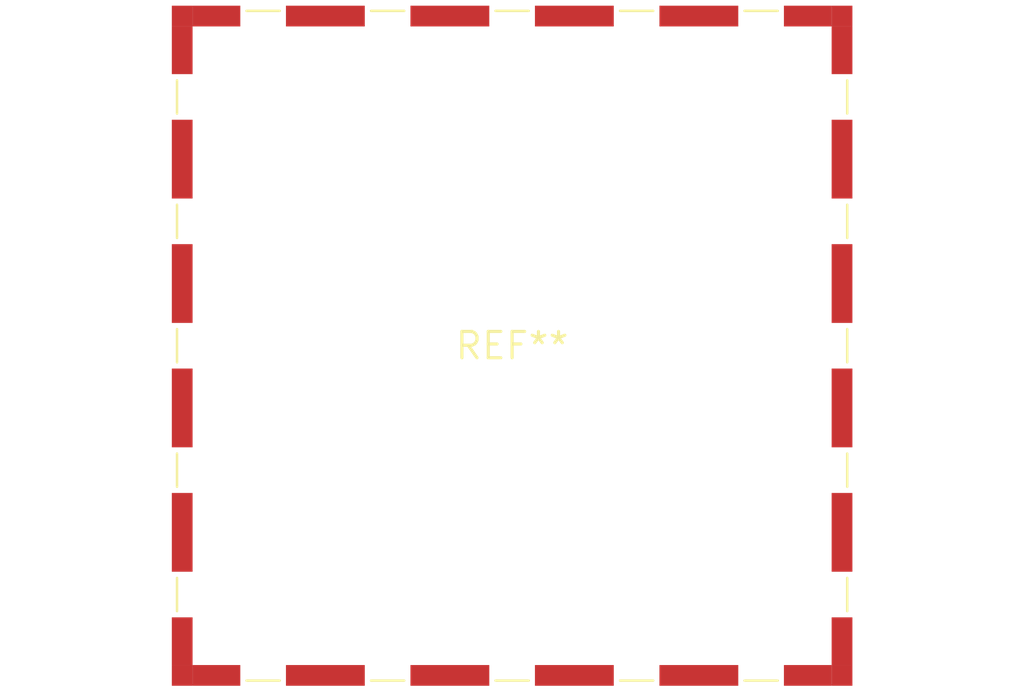
<source format=kicad_pcb>
(kicad_pcb (version 20240108) (generator pcbnew)
  (layers (0 "F.Cu" signal) (31 "B.Cu" signal) (34 "B.Paste" user) (35 "F.Paste" user) (36 "B.SilkS" user "B.Silkscreen") (37 "F.SilkS" user "F.Silkscreen") (38 "B.Mask" user) (39 "F.Mask" user) (44 "Edge.Cuts" user))
  (net 0 "")
  (footprint "Laird_Technologies_BMI-S-204-F_32.00x32.00mm" (layer "F.Cu") (at 0 0)
    (property "Reference" "REF**")
    (property "Value" "Laird_Technologies_BMI-S-204-F_32.00x32.00mm")
    (fp_line (start -16.15 -12.8) (end -16.15 -11.2) (layer "F.SilkS") (stroke (width 0.12)))
    (fp_line (start -16.15 -6.8) (end -16.15 -5.2) (layer "F.SilkS") (stroke (width 0.12)))
    (fp_line (start -16.15 -0.8) (end -16.15 0.8) (layer "F.SilkS") (stroke (width 0.12)))
    (fp_line (start -16.15 5.2) (end -16.15 6.8) (layer "F.SilkS") (stroke (width 0.12)))
    (fp_line (start -16.15 11.2) (end -16.15 12.8) (layer "F.SilkS") (stroke (width 0.12)))
    (fp_line (start -12.8 -16.15) (end -11.2 -16.15) (layer "F.SilkS") (stroke (width 0.12)))
    (fp_line (start -12.8 16.15) (end -11.2 16.15) (layer "F.SilkS") (stroke (width 0.12)))
    (fp_line (start -6.8 -16.15) (end -5.2 -16.15) (layer "F.SilkS") (stroke (width 0.12)))
    (fp_line (start -6.8 16.15) (end -5.2 16.15) (layer "F.SilkS") (stroke (width 0.12)))
    (fp_line (start -0.8 -16.15) (end 0.8 -16.15) (layer "F.SilkS") (stroke (width 0.12)))
    (fp_line (start -0.8 16.15) (end 0.8 16.15) (layer "F.SilkS") (stroke (width 0.12)))
    (fp_line (start 5.2 -16.15) (end 6.8 -16.15) (layer "F.SilkS") (stroke (width 0.12)))
    (fp_line (start 5.2 16.15) (end 6.8 16.15) (layer "F.SilkS") (stroke (width 0.12)))
    (fp_line (start 11.2 -16.15) (end 12.8 -16.15) (layer "F.SilkS") (stroke (width 0.12)))
    (fp_line (start 11.2 16.15) (end 12.8 16.15) (layer "F.SilkS") (stroke (width 0.12)))
    (fp_line (start 16.15 -12.8) (end 16.15 -11.2) (layer "F.SilkS") (stroke (width 0.12)))
    (fp_line (start 16.15 -6.8) (end 16.15 -5.2) (layer "F.SilkS") (stroke (width 0.12)))
    (fp_line (start 16.15 -0.8) (end 16.15 0.8) (layer "F.SilkS") (stroke (width 0.12)))
    (fp_line (start 16.15 5.2) (end 16.15 6.8) (layer "F.SilkS") (stroke (width 0.12)))
    (fp_line (start 16.15 11.2) (end 16.15 12.8) (layer "F.SilkS") (stroke (width 0.12)))
    (pad "1" smd rect (at -15.9 -15.9) (size 1 1) (layers "F.Cu" "F.Paste" "F.Mask"))
    (pad "1" smd rect (at -15.9 -14.25) (size 1 2.3) (layers "F.Cu" "F.Paste" "F.Mask"))
    (pad "1" smd rect (at -15.9 -9) (size 1 3.8) (layers "F.Cu" "F.Paste" "F.Mask"))
    (pad "1" smd rect (at -15.9 -3) (size 1 3.8) (layers "F.Cu" "F.Paste" "F.Mask"))
    (pad "1" smd rect (at -15.9 3) (size 1 3.8) (layers "F.Cu" "F.Paste" "F.Mask"))
    (pad "1" smd rect (at -15.9 9) (size 1 3.8) (layers "F.Cu" "F.Paste" "F.Mask"))
    (pad "1" smd rect (at -15.9 14.25) (size 1 2.3) (layers "F.Cu" "F.Paste" "F.Mask"))
    (pad "1" smd rect (at -15.9 15.9) (size 1 1) (layers "F.Cu" "F.Paste" "F.Mask"))
    (pad "1" smd rect (at -14.25 -15.9) (size 2.3 1) (layers "F.Cu" "F.Paste" "F.Mask"))
    (pad "1" smd rect (at -14.25 15.9) (size 2.3 1) (layers "F.Cu" "F.Paste" "F.Mask"))
    (pad "1" smd rect (at -9 -15.9) (size 3.8 1) (layers "F.Cu" "F.Paste" "F.Mask"))
    (pad "1" smd rect (at -9 15.9) (size 3.8 1) (layers "F.Cu" "F.Paste" "F.Mask"))
    (pad "1" smd rect (at -3 -15.9) (size 3.8 1) (layers "F.Cu" "F.Paste" "F.Mask"))
    (pad "1" smd rect (at -3 15.9) (size 3.8 1) (layers "F.Cu" "F.Paste" "F.Mask"))
    (pad "1" smd rect (at 3 -15.9) (size 3.8 1) (layers "F.Cu" "F.Paste" "F.Mask"))
    (pad "1" smd rect (at 3 15.9) (size 3.8 1) (layers "F.Cu" "F.Paste" "F.Mask"))
    (pad "1" smd rect (at 9 -15.9) (size 3.8 1) (layers "F.Cu" "F.Paste" "F.Mask"))
    (pad "1" smd rect (at 9 15.9) (size 3.8 1) (layers "F.Cu" "F.Paste" "F.Mask"))
    (pad "1" smd rect (at 14.25 -15.9) (size 2.3 1) (layers "F.Cu" "F.Paste" "F.Mask"))
    (pad "1" smd rect (at 14.25 15.9) (size 2.3 1) (layers "F.Cu" "F.Paste" "F.Mask"))
    (pad "1" smd rect (at 15.9 -15.9) (size 1 1) (layers "F.Cu" "F.Paste" "F.Mask"))
    (pad "1" smd rect (at 15.9 -14.25) (size 1 2.3) (layers "F.Cu" "F.Paste" "F.Mask"))
    (pad "1" smd rect (at 15.9 -9) (size 1 3.8) (layers "F.Cu" "F.Paste" "F.Mask"))
    (pad "1" smd rect (at 15.9 -3) (size 1 3.8) (layers "F.Cu" "F.Paste" "F.Mask"))
    (pad "1" smd rect (at 15.9 3) (size 1 3.8) (layers "F.Cu" "F.Paste" "F.Mask"))
    (pad "1" smd rect (at 15.9 9) (size 1 3.8) (layers "F.Cu" "F.Paste" "F.Mask"))
    (pad "1" smd rect (at 15.9 14.25) (size 1 2.3) (layers "F.Cu" "F.Paste" "F.Mask"))
    (pad "1" smd rect (at 15.9 15.9) (size 1 1) (layers "F.Cu" "F.Paste" "F.Mask"))
  )
)
</source>
